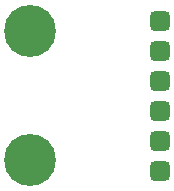
<source format=gbs>
%TF.GenerationSoftware,KiCad,Pcbnew,5.99.0-unknown-dd5676f4bc~131~ubuntu20.04.1*%
%TF.CreationDate,2021-11-28T03:13:37-08:00*%
%TF.ProjectId,breakout,62726561-6b6f-4757-942e-6b696361645f,rev?*%
%TF.SameCoordinates,Original*%
%TF.FileFunction,Soldermask,Bot*%
%TF.FilePolarity,Negative*%
%FSLAX46Y46*%
G04 Gerber Fmt 4.6, Leading zero omitted, Abs format (unit mm)*
G04 Created by KiCad (PCBNEW 5.99.0-unknown-dd5676f4bc~131~ubuntu20.04.1) date 2021-11-28 03:13:37*
%MOMM*%
%LPD*%
G01*
G04 APERTURE LIST*
G04 Aperture macros list*
%AMRoundRect*
0 Rectangle with rounded corners*
0 $1 Rounding radius*
0 $2 $3 $4 $5 $6 $7 $8 $9 X,Y pos of 4 corners*
0 Add a 4 corners polygon primitive as box body*
4,1,4,$2,$3,$4,$5,$6,$7,$8,$9,$2,$3,0*
0 Add four circle primitives for the rounded corners*
1,1,$1+$1,$2,$3*
1,1,$1+$1,$4,$5*
1,1,$1+$1,$6,$7*
1,1,$1+$1,$8,$9*
0 Add four rect primitives between the rounded corners*
20,1,$1+$1,$2,$3,$4,$5,0*
20,1,$1+$1,$4,$5,$6,$7,0*
20,1,$1+$1,$6,$7,$8,$9,0*
20,1,$1+$1,$8,$9,$2,$3,0*%
G04 Aperture macros list end*
%ADD10C,4.400000*%
%ADD11RoundRect,0.425000X-0.425000X-0.425000X0.425000X-0.425000X0.425000X0.425000X-0.425000X0.425000X0*%
G04 APERTURE END LIST*
D10*
%TO.C,REF\u002A\u002A*%
X117000000Y-103000000D03*
%TD*%
D11*
%TO.C,J1*%
X128000000Y-91150000D03*
X128000000Y-93690000D03*
X128000000Y-96230000D03*
X128000000Y-98770000D03*
X128000000Y-101310000D03*
X128000000Y-103850000D03*
%TD*%
D10*
%TO.C,REF\u002A\u002A*%
X117000000Y-92000000D03*
%TD*%
M02*

</source>
